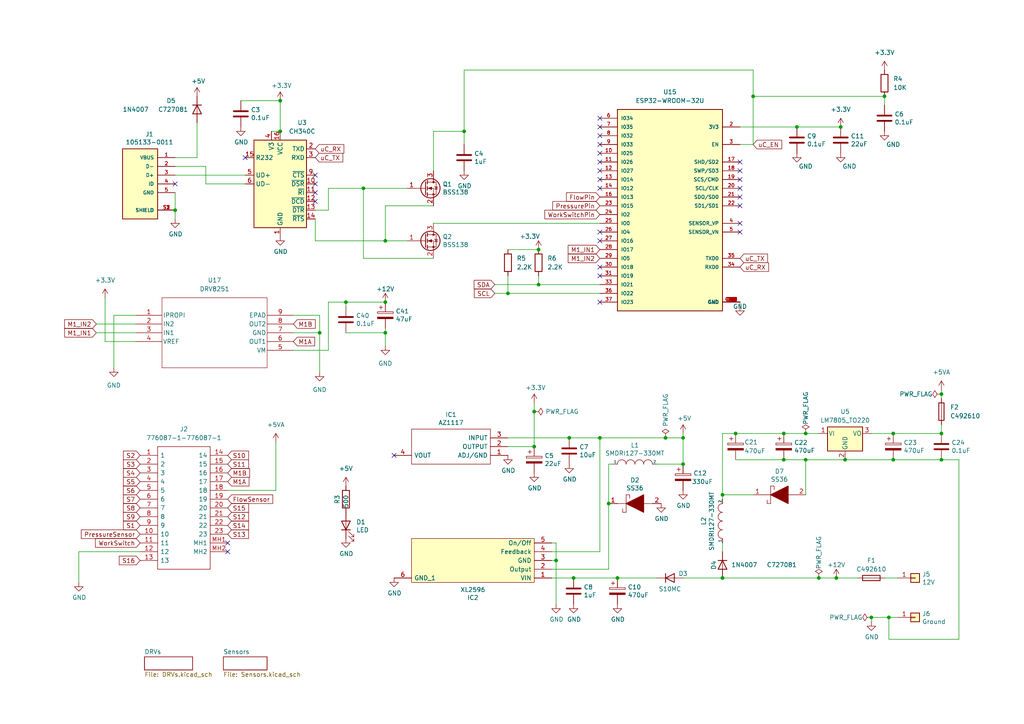
<source format=kicad_sch>
(kicad_sch (version 20231120) (generator "eeschema") (generator_version "8.0")
  (paper "A4")
  (title_block (title "RC17") (date "2024-11-05"))
  (lib_symbols
    (symbol "RC17Symbols:105133-0011" (pin_names (offset 1.016))
      (property "Reference" "J" (at -5.08 10.6934 0))
      (property "Value" "105133-0011" (at -5.1054 -12.7254 0))
      (symbol "105133-0011_0_0"
        (pin passive line (at -10.16 7.62 0) (length 5.08) (name "VBUS") (number "1"))
        (pin passive line (at -10.16 5.08 0) (length 5.08) (name "D-") (number "2"))
        (pin passive line (at -10.16 2.54 0) (length 5.08) (name "D+") (number "3"))
        (pin passive line (at -10.16 0 0) (length 5.08) (name "ID") (number "4"))
        (pin passive line (at -10.16 -2.54 0) (length 5.08) (name "GND") (number "5"))
        (pin passive line (at -10.16 -7.62 0) (length 5.08) (name "SHIELD") (number "S1"))
        (pin passive line (at -10.16 -7.62 0) (length 5.08) (name "SHIELD") (number "S2"))
        (pin passive line (at -10.16 -7.62 0) (length 5.08) (name "SHIELD") (number "S3"))
      )
    )
    (symbol "RC17Symbols:1N4007" (pin_numbers hide) (pin_names hide)
      (property "Reference" "D" (at 0 2.54 0))
      (property "Value" "1N4007" (at 0 -2.54 0))
      (symbol "1N4007_1_1"
        (pin passive line (at -3.81 0 0) (length 2.54) (name "K") (number "1"))
        (pin passive line (at 3.81 0 180) (length 2.54) (name "A") (number "2"))
      )
    )
    (symbol "RC17Symbols:776087-1-776087-1" (pin_names (offset 0.762))
      (property "Reference" "J" (at 21.59 7.62 0))
      (property "Value" "776087-1-776087-1" (at 21.59 5.08 0))
      (symbol "776087-1-776087-1_0_0"
        (pin passive line (at 0 0 0) (length 5.08) (name "1") (number "1"))
        (pin passive line (at 0 -22.86 0) (length 5.08) (name "10") (number "10"))
        (pin passive line (at 0 -25.4 0) (length 5.08) (name "11") (number "11"))
        (pin passive line (at 0 -27.94 0) (length 5.08) (name "12") (number "12"))
        (pin passive line (at 0 -30.48 0) (length 5.08) (name "13") (number "13"))
        (pin passive line (at 25.4 0 180) (length 5.08) (name "14") (number "14"))
        (pin passive line (at 25.4 -2.54 180) (length 5.08) (name "15") (number "15"))
        (pin passive line (at 25.4 -5.08 180) (length 5.08) (name "16") (number "16"))
        (pin passive line (at 25.4 -7.62 180) (length 5.08) (name "17") (number "17"))
        (pin passive line (at 25.4 -10.16 180) (length 5.08) (name "18") (number "18"))
        (pin passive line (at 25.4 -12.7 180) (length 5.08) (name "19") (number "19"))
        (pin passive line (at 0 -2.54 0) (length 5.08) (name "2") (number "2"))
        (pin passive line (at 25.4 -15.24 180) (length 5.08) (name "20") (number "20"))
        (pin passive line (at 25.4 -17.78 180) (length 5.08) (name "21") (number "21"))
        (pin passive line (at 25.4 -20.32 180) (length 5.08) (name "22") (number "22"))
        (pin passive line (at 25.4 -22.86 180) (length 5.08) (name "23") (number "23"))
        (pin passive line (at 0 -5.08 0) (length 5.08) (name "3") (number "3"))
        (pin passive line (at 0 -7.62 0) (length 5.08) (name "4") (number "4"))
        (pin passive line (at 0 -10.16 0) (length 5.08) (name "5") (number "5"))
        (pin passive line (at 0 -12.7 0) (length 5.08) (name "6") (number "6"))
        (pin passive line (at 0 -15.24 0) (length 5.08) (name "7") (number "7"))
        (pin passive line (at 0 -17.78 0) (length 5.08) (name "8") (number "8"))
        (pin passive line (at 0 -20.32 0) (length 5.08) (name "9") (number "9"))
        (pin passive line (at 25.4 -25.4 180) (length 5.08) (name "MH1") (number "MH1"))
        (pin passive line (at 25.4 -27.94 180) (length 5.08) (name "MH2") (number "MH2"))
      )
    )
    (symbol "RC17Symbols:AZ1117CH-3.3TRG1" (pin_names (offset 0.762))
      (property "Reference" "IC" (at 29.21 7.62 0))
      (property "Value" "AZ1117CH-3.3TRG1" (at 29.21 5.08 0))
      (symbol "AZ1117CH-3.3TRG1_0_0"
        (pin passive line (at 0 0 0) (length 5.08) (name "ADJ/GND") (number "1"))
        (pin passive line (at 0 -2.54 0) (length 5.08) (name "OUTPUT") (number "2"))
        (pin passive line (at 0 -5.08 0) (length 5.08) (name "INPUT") (number "3"))
        (pin passive line (at 33.02 0 180) (length 5.08) (name "VOUT") (number "4"))
      )
    )
    (symbol "RC17Symbols:BSS138" (pin_names hide)
      (property "Reference" "Q" (at 5.08 1.905 0))
      (property "Value" "BSS138" (at 5.08 0 0))
      (symbol "BSS138_1_1"
        (pin input line (at -5.08 0 0) (length 2.54) (name "G") (number "1"))
        (pin passive line (at 2.54 -5.08 90) (length 2.54) (name "S") (number "2"))
        (pin passive line (at 2.54 5.08 270) (length 2.54) (name "D") (number "3"))
      )
    )
    (symbol "RC17Symbols:C" (pin_numbers hide) (pin_names (offset 0.254))
      (property "Reference" "C" (at 0.635 2.54 0))
      (property "Value" "C" (at 0.635 -2.54 0))
      (symbol "C_1_1"
        (pin passive line (at 0 3.81 270) (length 2.794) (name "~") (number "1"))
        (pin passive line (at 0 -3.81 90) (length 2.794) (name "~") (number "2"))
      )
    )
    (symbol "RC17Symbols:CH340C"
      (property "Reference" "U" (at -5.08 13.97 0))
      (property "Value" "CH340C" (at 1.27 13.97 0))
      (symbol "CH340C_1_1"
        (pin power_in line (at 0 -15.24 90) (length 2.54) (name "GND") (number "1"))
        (pin input line (at 10.16 0 180) (length 2.54) (name "~{DSR}") (number "10"))
        (pin input line (at 10.16 -2.54 180) (length 2.54) (name "~{RI}") (number "11"))
        (pin input line (at 10.16 -5.08 180) (length 2.54) (name "~{DCD}") (number "12"))
        (pin output line (at 10.16 -7.62 180) (length 2.54) (name "~{DTR}") (number "13"))
        (pin output line (at 10.16 -10.16 180) (length 2.54) (name "~{RTS}") (number "14"))
        (pin input line (at -10.16 7.62 0) (length 2.54) (name "R232") (number "15"))
        (pin power_in line (at 0 15.24 270) (length 2.54) (name "VCC") (number "16"))
        (pin output line (at 10.16 10.16 180) (length 2.54) (name "TXD") (number "2"))
        (pin input line (at 10.16 7.62 180) (length 2.54) (name "RXD") (number "3"))
        (pin passive line (at -2.54 15.24 270) (length 2.54) (name "V3") (number "4"))
        (pin bidirectional line (at -10.16 2.54 0) (length 2.54) (name "UD+") (number "5"))
        (pin bidirectional line (at -10.16 0 0) (length 2.54) (name "UD-") (number "6"))
        (pin no_connect line (at -7.62 -7.62 0) (length 2.54) hide (name "NC") (number "7"))
        (pin no_connect line (at -7.62 -10.16 0) (length 2.54) hide (name "NC") (number "8"))
        (pin input line (at 10.16 2.54 180) (length 2.54) (name "~{CTS}") (number "9"))
      )
    )
    (symbol "RC17Symbols:C_Polarized" (pin_numbers hide) (pin_names (offset 0.254))
      (property "Reference" "C" (at 0.635 2.54 0))
      (property "Value" "C_Polarized" (at 0.635 -2.54 0))
      (symbol "C_Polarized_1_1"
        (pin passive line (at 0 3.81 270) (length 2.794) (name "~") (number "1"))
        (pin passive line (at 0 -3.81 90) (length 2.794) (name "~") (number "2"))
      )
    )
    (symbol "RC17Symbols:Conn_01x01" (pin_names (offset 1.016) hide)
      (property "Reference" "J" (at 0 2.54 0))
      (property "Value" "Conn_01x01" (at 0 -2.54 0))
      (symbol "Conn_01x01_1_1"
        (pin passive line (at -5.08 0 0) (length 3.81) (name "Pin_1") (number "1"))
      )
    )
    (symbol "RC17Symbols:D" (pin_numbers hide) (pin_names (offset 1.016) hide)
      (property "Reference" "D" (at 0 2.54 0))
      (property "Value" "D" (at 0 -2.54 0))
      (symbol "D_1_1"
        (pin passive line (at -3.81 0 0) (length 2.54) (name "K") (number "1"))
        (pin passive line (at 3.81 0 180) (length 2.54) (name "A") (number "2"))
      )
    )
    (symbol "RC17Symbols:DRV8251ADDAR" (pin_names (offset 0.254))
      (property "Reference" "U" (at 22.86 10.16 0))
      (property "Value" "DRV8251ADDAR" (at 22.86 7.62 0))
      (symbol "DRV8251ADDAR_0_1"
        (pin passive line (at 0 0 0) (length 7.62) (name "IPROPI") (number "1"))
        (pin passive line (at 0 -2.54 0) (length 7.62) (name "IN2") (number "2"))
        (pin passive line (at 0 -5.08 0) (length 7.62) (name "IN1") (number "3"))
        (pin passive line (at 0 -7.62 0) (length 7.62) (name "VREF") (number "4"))
        (pin passive line (at 45.72 -10.16 180) (length 7.62) (name "VM") (number "5"))
        (pin passive line (at 45.72 -7.62 180) (length 7.62) (name "OUT1") (number "6"))
        (pin passive line (at 45.72 -5.08 180) (length 7.62) (name "GND") (number "7"))
        (pin passive line (at 45.72 -2.54 180) (length 7.62) (name "OUT2") (number "8"))
        (pin passive line (at 45.72 0 180) (length 7.62) (name "EPAD") (number "9"))
      )
    )
    (symbol "RC17Symbols:ESP32-WROOM-32U" (pin_names (offset 1.016))
      (property "Reference" "U" (at -15.24 28.448 0))
      (property "Value" "ESP32-WROOM-32U" (at -15.265 -33.0742 0))
      (symbol "ESP32-WROOM-32U_0_0"
        (pin power_in line (at 20.32 -27.94 180) (length 5.08) (name "GND") (number "1"))
        (pin bidirectional line (at -20.32 15.24 0) (length 5.08) (name "I025") (number "10"))
        (pin bidirectional line (at -20.32 12.7 0) (length 5.08) (name "I026") (number "11"))
        (pin bidirectional line (at -20.32 10.16 0) (length 5.08) (name "IO27") (number "12"))
        (pin bidirectional line (at -20.32 7.62 0) (length 5.08) (name "IO14") (number "13"))
        (pin bidirectional line (at -20.32 5.08 0) (length 5.08) (name "IO12") (number "14"))
        (pin power_in line (at 20.32 -27.94 180) (length 5.08) (name "GND") (number "15"))
        (pin bidirectional line (at -20.32 2.54 0) (length 5.08) (name "IO13") (number "16"))
        (pin bidirectional line (at 20.32 12.7 180) (length 5.08) (name "SHD/SD2") (number "17"))
        (pin bidirectional line (at 20.32 10.16 180) (length 5.08) (name "SWP/SD3") (number "18"))
        (pin bidirectional line (at 20.32 7.62 180) (length 5.08) (name "SCS/CMD") (number "19"))
        (pin power_in line (at 20.32 22.86 180) (length 5.08) (name "3V3") (number "2"))
        (pin bidirectional line (at 20.32 5.08 180) (length 5.08) (name "SCL/CLK") (number "20"))
        (pin bidirectional line (at 20.32 2.54 180) (length 5.08) (name "SDO/SD0") (number "21"))
        (pin bidirectional line (at 20.32 0 180) (length 5.08) (name "SD1/SD1") (number "22"))
        (pin bidirectional line (at -20.32 0 0) (length 5.08) (name "IO15") (number "23"))
        (pin bidirectional line (at -20.32 -2.54 0) (length 5.08) (name "IO2") (number "24"))
        (pin bidirectional line (at -20.32 -5.08 0) (length 5.08) (name "IO0") (number "25"))
        (pin bidirectional line (at -20.32 -7.62 0) (length 5.08) (name "IO4") (number "26"))
        (pin bidirectional line (at -20.32 -10.16 0) (length 5.08) (name "IO16") (number "27"))
        (pin bidirectional line (at -20.32 -12.7 0) (length 5.08) (name "IO17") (number "28"))
        (pin bidirectional line (at -20.32 -15.24 0) (length 5.08) (name "IO5") (number "29"))
        (pin input line (at 20.32 17.78 180) (length 5.08) (name "EN") (number "3"))
        (pin bidirectional line (at -20.32 -17.78 0) (length 5.08) (name "IO18") (number "30"))
        (pin bidirectional line (at -20.32 -20.32 0) (length 5.08) (name "IO19") (number "31"))
        (pin bidirectional line (at -20.32 -22.86 0) (length 5.08) (name "IO21") (number "33"))
        (pin bidirectional line (at 20.32 -17.78 180) (length 5.08) (name "RXD0") (number "34"))
        (pin bidirectional line (at 20.32 -15.24 180) (length 5.08) (name "TXD0") (number "35"))
        (pin bidirectional line (at -20.32 -25.4 0) (length 5.08) (name "IO22") (number "36"))
        (pin bidirectional line (at -20.32 -27.94 0) (length 5.08) (name "IO23") (number "37"))
        (pin power_in line (at 20.32 -27.94 180) (length 5.08) (name "GND") (number "38"))
        (pin input line (at 20.32 -5.08 180) (length 5.08) (name "SENSOR_VP") (number "4"))
        (pin input line (at 20.32 -7.62 180) (length 5.08) (name "SENSOR_VN") (number "5"))
        (pin input line (at -20.32 25.4 0) (length 5.08) (name "I034") (number "6"))
        (pin input line (at -20.32 22.86 0) (length 5.08) (name "I035") (number "7"))
        (pin bidirectional line (at -20.32 20.32 0) (length 5.08) (name "I032") (number "8"))
        (pin bidirectional line (at -20.32 17.78 0) (length 5.08) (name "I033") (number "9"))
        (pin power_in line (at 20.32 -27.94 180) (length 5.08) (name "GND") (number "G.1"))
        (pin power_in line (at 20.32 -27.94 180) (length 5.08) (name "GND") (number "G.10"))
        (pin power_in line (at 20.32 -27.94 180) (length 5.08) (name "GND") (number "G.11"))
        (pin power_in line (at 20.32 -27.94 180) (length 5.08) (name "GND") (number "G.12"))
        (pin power_in line (at 20.32 -27.94 180) (length 5.08) (name "GND") (number "G.13"))
        (pin power_in line (at 20.32 -27.94 180) (length 5.08) (name "GND") (number "G.14"))
        (pin power_in line (at 20.32 -27.94 180) (length 5.08) (name "GND") (number "G.15"))
        (pin power_in line (at 20.32 -27.94 180) (length 5.08) (name "GND") (number "G.16"))
        (pin power_in line (at 20.32 -27.94 180) (length 5.08) (name "GND") (number "G.17"))
        (pin power_in line (at 20.32 -27.94 180) (length 5.08) (name "GND") (number "G.18"))
        (pin power_in line (at 20.32 -27.94 180) (length 5.08) (name "GND") (number "G.19"))
        (pin power_in line (at 20.32 -27.94 180) (length 5.08) (name "GND") (number "G.2"))
        (pin power_in line (at 20.32 -27.94 180) (length 5.08) (name "GND") (number "G.20"))
        (pin power_in line (at 20.32 -27.94 180) (length 5.08) (name "GND") (number "G.21"))
        (pin power_in line (at 20.32 -27.94 180) (length 5.08) (name "GND") (number "G.22"))
        (pin power_in line (at 20.32 -27.94 180) (length 5.08) (name "GND") (number "G.4"))
        (pin power_in line (at 20.32 -27.94 180) (length 5.08) (name "GND") (number "G.5"))
        (pin power_in line (at 20.32 -27.94 180) (length 5.08) (name "GND") (number "G.6"))
        (pin power_in line (at 20.32 -27.94 180) (length 5.08) (name "GND") (number "G.7"))
        (pin power_in line (at 20.32 -27.94 180) (length 5.08) (name "GND") (number "G.8"))
        (pin power_in line (at 20.32 -27.94 180) (length 5.08) (name "GND") (number "G.9"))
      )
    )
    (symbol "RC17Symbols:Fuse" (pin_numbers hide) (pin_names (offset 0))
      (property "Reference" "F" (at 2.032 0 90))
      (property "Value" "Fuse" (at -1.905 0 90))
      (symbol "Fuse_1_1"
        (pin passive line (at 0 3.81 270) (length 1.27) (name "~") (number "1"))
        (pin passive line (at 0 -3.81 90) (length 1.27) (name "~") (number "2"))
      )
    )
    (symbol "RC17Symbols:INDUCTOR" (pin_numbers hide) (pin_names (offset 0))
      (property "Reference" "L1" (at 0 5.461 0))
      (property "Value" "SMDRI127-330MT" (at 0 3.1496 0))
      (symbol "INDUCTOR_1_1"
        (pin input line (at -6.35 0 0) (length 1.27) (name "1") (number "1"))
        (pin input line (at 6.35 0 180) (length 1.27) (name "2") (number "2"))
      )
    )
    (symbol "RC17Symbols:LED" (pin_numbers hide) (pin_names (offset 1.016) hide)
      (property "Reference" "D" (at 0 2.54 0))
      (property "Value" "LED" (at 0 -2.54 0))
      (symbol "LED_1_1"
        (pin passive line (at -3.81 0 0) (length 2.54) (name "K") (number "1"))
        (pin passive line (at 3.81 0 180) (length 2.54) (name "A") (number "2"))
      )
    )
    (symbol "RC17Symbols:LM7805_TO220" (pin_names (offset 0.254))
      (property "Reference" "U" (at -3.81 3.175 0))
      (property "Value" "LM7805_TO220" (at 0 3.175 0))
      (symbol "LM7805_TO220_1_1"
        (pin power_in line (at -7.62 0 0) (length 2.54) (name "VI") (number "1"))
        (pin power_in line (at 0 -7.62 90) (length 2.54) (name "GND") (number "2"))
        (pin power_out line (at 7.62 0 180) (length 2.54) (name "VO") (number "3"))
      )
    )
    (symbol "RC17Symbols:R" (pin_numbers hide) (pin_names (offset 0))
      (property "Reference" "R" (at 2.032 0 90))
      (property "Value" "R" (at 0 0 90))
      (symbol "R_1_1"
        (pin passive line (at 0 3.81 270) (length 1.27) (name "~") (number "1"))
        (pin passive line (at 0 -3.81 90) (length 1.27) (name "~") (number "2"))
      )
    )
    (symbol "RC17Symbols:SS36" (pin_names (offset 0.762))
      (property "Reference" "D3" (at 10.16 6.7818 0))
      (property "Value" "SS36" (at 10.16 4.4704 0))
      (symbol "SS36_0_0"
        (pin passive line (at 2.54 0 0) (length 2.54) (name "~") (number "1"))
        (pin passive line (at 17.78 0 180) (length 2.54) (name "~") (number "2"))
      )
    )
    (symbol "RC17Symbols:XL2596" (pin_names (offset 0.762))
      (property "Reference" "IC3" (at 22.86 5.715 0))
      (property "Value" "XL2596" (at 22.86 3.4036 0))
      (symbol "XL2596_0_0"
        (pin input line (at 0 0 0) (length 5.08) (name "VIN") (number "1"))
        (pin output line (at 0 -2.54 0) (length 5.08) (name "Output") (number "2"))
        (pin input line (at 0 -5.08 0) (length 5.08) (name "GND") (number "3"))
        (pin input line (at 0 -7.62 0) (length 5.08) (name "Feedback") (number "4"))
        (pin passive line (at 0 -10.16 0) (length 5.08) (name "On/Off") (number "5"))
        (pin input line (at 45.72 0 180) (length 5.08) (name "GND_1") (number "6"))
      )
    )
    (symbol "power:+12V" (power) (pin_names (offset 0))
      (property "Value" "+12V" (at 0 3.556 0))
      (symbol "+12V_1_1"
        (pin power_in line (at 0 0 90) (length 0) hide (name "+12V") (number "1"))
      )
    )
    (symbol "power:+3.3V" (power) (pin_names (offset 0))
      (property "Value" "+3.3V" (at 0 3.556 0))
      (symbol "+3.3V_1_1"
        (pin power_in line (at 0 0 90) (length 0) hide (name "+3.3V") (number "1"))
      )
    )
    (symbol "power:+5V" (power) (pin_names (offset 0))
      (property "Value" "+5V" (at 0 3.556 0))
      (symbol "+5V_1_1"
        (pin power_in line (at 0 0 90) (length 0) hide (name "+5V") (number "1"))
      )
    )
    (symbol "power:+5VA" (power) (pin_names (offset 0))
      (property "Value" "+5VA" (at 0 3.556 0))
      (symbol "+5VA_1_1"
        (pin power_in line (at 0 0 90) (length 0) hide (name "+5VA") (number "1"))
      )
    )
    (symbol "power:GND" (power) (pin_names (offset 0))
      (property "Value" "GND" (at 0 -3.81 0))
      (symbol "GND_1_1"
        (pin power_in line (at 0 0 270) (length 0) hide (name "GND") (number "1"))
      )
    )
    (symbol "power:PWR_FLAG" (power) (pin_numbers hide) (pin_names (offset 0) hide)
      (property "Value" "PWR_FLAG" (at 0 3.81 0))
      (symbol "PWR_FLAG_0_0"
        (pin power_out line (at 0 0 90) (length 0) (name "pwr") (number "1"))
      )
    )
  )
  (junction (at 154.94 119.38))
  (junction (at 256.54 27.94))
  (junction (at 243.84 36.83))
  (junction (at 218.44 27.94))
  (junction (at 105.41 54.61))
  (junction (at 156.21 72.39))
  (junction (at 154.94 129.54))
  (junction (at 81.28 38.1))
  (junction (at 227.33 125.73))
  (junction (at 259.08 133.35))
  (junction (at 173.99 127))
  (junction (at 273.05 133.35))
  (junction (at 209.55 167.64))
  (junction (at 245.11 133.35))
  (junction (at 233.68 125.73))
  (junction (at 176.53 146.05))
  (junction (at 273.05 114.3))
  (junction (at 198.12 134.62))
  (junction (at 179.07 167.64))
  (junction (at 92.71 96.52))
  (junction (at 111.76 69.85))
  (junction (at 233.68 133.35))
  (junction (at 252.73 179.07))
  (junction (at 156.21 82.55))
  (junction (at 273.05 125.73))
  (junction (at 209.55 143.51))
  (junction (at 213.36 125.73))
  (junction (at 257.81 179.07))
  (junction (at 242.57 167.64))
  (junction (at 193.04 127))
  (junction (at 147.32 85.09))
  (junction (at 227.33 133.35))
  (junction (at 165.1 127))
  (junction (at 231.14 36.83))
  (junction (at 237.49 167.64))
  (junction (at 259.08 125.73))
  (junction (at 81.28 29.21))
  (junction (at 161.29 162.56))
  (junction (at 166.37 167.64))
  (junction (at 198.12 127))
  (junction (at 134.62 38.1))
  (junction (at 111.76 96.52))
  (junction (at 50.8 60.96))
  (junction (at 100.33 87.63))
  (junction (at 111.76 87.63))
  (no_connect (at 173.99 41.91))
  (no_connect (at 173.99 49.53))
  (no_connect (at 91.44 50.8))
  (no_connect (at 214.63 49.53))
  (no_connect (at 173.99 54.61))
  (no_connect (at 214.63 67.31))
  (no_connect (at 50.8 53.34))
  (no_connect (at 173.99 67.31))
  (no_connect (at 91.44 55.88))
  (no_connect (at 214.63 64.77))
  (no_connect (at 173.99 80.01))
  (no_connect (at 214.63 46.99))
  (no_connect (at 91.44 58.42))
  (no_connect (at 173.99 34.29))
  (no_connect (at 173.99 44.45))
  (no_connect (at 66.04 160.02))
  (no_connect (at 173.99 39.37))
  (no_connect (at 173.99 77.47))
  (no_connect (at 173.99 69.85))
  (no_connect (at 173.99 46.99))
  (no_connect (at 71.12 45.72))
  (no_connect (at 91.44 53.34))
  (no_connect (at 214.63 57.15))
  (no_connect (at 173.99 87.63))
  (no_connect (at 114.3 132.08))
  (no_connect (at 214.63 59.69))
  (no_connect (at 173.99 36.83))
  (no_connect (at 214.63 52.07))
  (no_connect (at 173.99 52.07))
  (no_connect (at 214.63 54.61))
  (no_connect (at 66.04 157.48))
  (wire (pts (xy 33.02 91.44) (xy 33.02 106.68)))
  (wire (pts (xy 213.36 125.73) (xy 227.33 125.73)))
  (wire (pts (xy 134.62 38.1) (xy 134.62 20.32)))
  (wire (pts (xy 156.21 80.01) (xy 156.21 82.55)))
  (wire (pts (xy 147.32 72.39) (xy 156.21 72.39)))
  (wire (pts (xy 80.01 142.24) (xy 80.01 128.27)))
  (wire (pts (xy 91.44 69.85) (xy 91.44 63.5)))
  (wire (pts (xy 125.73 74.93) (xy 105.41 74.93)))
  (wire (pts (xy 100.33 87.63) (xy 95.25 87.63)))
  (wire (pts (xy 105.41 54.61) (xy 118.11 54.61)))
  (wire (pts (xy 125.73 64.77) (xy 173.99 64.77)))
  (wire (pts (xy 154.94 119.38) (xy 154.94 129.54)))
  (wire (pts (xy 81.28 29.21) (xy 81.28 38.1)))
  (wire (pts (xy 273.05 133.35) (xy 278.13 133.35)))
  (wire (pts (xy 147.32 85.09) (xy 173.99 85.09)))
  (wire (pts (xy 273.05 114.3) (xy 273.05 115.57)))
  (wire (pts (xy 134.62 41.91) (xy 134.62 38.1)))
  (wire (pts (xy 125.73 59.69) (xy 111.76 59.69)))
  (wire (pts (xy 50.8 55.88) (xy 50.8 60.96)))
  (wire (pts (xy 111.76 69.85) (xy 91.44 69.85)))
  (wire (pts (xy 39.37 91.44) (xy 33.02 91.44)))
  (wire (pts (xy 59.69 53.34) (xy 71.12 53.34)))
  (wire (pts (xy 27.94 96.52) (xy 39.37 96.52)))
  (wire (pts (xy 111.76 87.63) (xy 100.33 87.63)))
  (wire (pts (xy 260.35 179.07) (xy 257.81 179.07)))
  (wire (pts (xy 95.25 87.63) (xy 95.25 101.6)))
  (wire (pts (xy 147.32 80.01) (xy 147.32 85.09)))
  (wire (pts (xy 176.53 165.1) (xy 176.53 146.05)))
  (wire (pts (xy 92.71 91.44) (xy 92.71 96.52)))
  (wire (pts (xy 147.32 127) (xy 165.1 127)))
  (wire (pts (xy 257.81 179.07) (xy 252.73 179.07)))
  (wire (pts (xy 160.02 162.56) (xy 161.29 162.56)))
  (wire (pts (xy 173.99 160.02) (xy 173.99 127)))
  (wire (pts (xy 143.51 85.09) (xy 147.32 85.09)))
  (wire (pts (xy 154.94 116.84) (xy 154.94 119.38)))
  (wire (pts (xy 95.25 54.61) (xy 105.41 54.61)))
  (wire (pts (xy 259.08 125.73) (xy 273.05 125.73)))
  (wire (pts (xy 209.55 125.73) (xy 213.36 125.73)))
  (wire (pts (xy 209.55 143.51) (xy 209.55 144.78)))
  (wire (pts (xy 161.29 162.56) (xy 161.29 157.48)))
  (wire (pts (xy 193.04 127) (xy 173.99 127)))
  (wire (pts (xy 176.53 146.05) (xy 176.53 134.62)))
  (wire (pts (xy 59.69 53.34) (xy 59.69 48.26)))
  (wire (pts (xy 233.68 133.35) (xy 245.11 133.35)))
  (wire (pts (xy 111.76 100.33) (xy 111.76 96.52)))
  (wire (pts (xy 91.44 60.96) (xy 95.25 60.96)))
  (wire (pts (xy 227.33 125.73) (xy 233.68 125.73)))
  (wire (pts (xy 231.14 36.83) (xy 243.84 36.83)))
  (wire (pts (xy 252.73 125.73) (xy 259.08 125.73)))
  (wire (pts (xy 66.04 142.24) (xy 80.01 142.24)))
  (wire (pts (xy 100.33 87.63) (xy 100.33 88.9)))
  (wire (pts (xy 39.37 99.06) (xy 30.48 99.06)))
  (wire (pts (xy 50.8 50.8) (xy 71.12 50.8)))
  (wire (pts (xy 105.41 54.61) (xy 105.41 74.93)))
  (wire (pts (xy 278.13 133.35) (xy 278.13 185.42)))
  (wire (pts (xy 81.28 38.1) (xy 78.74 38.1)))
  (wire (pts (xy 147.32 129.54) (xy 154.94 129.54)))
  (wire (pts (xy 95.25 60.96) (xy 95.25 54.61)))
  (wire (pts (xy 156.21 82.55) (xy 173.99 82.55)))
  (wire (pts (xy 218.44 20.32) (xy 218.44 27.94)))
  (wire (pts (xy 30.48 99.06) (xy 30.48 86.36)))
  (wire (pts (xy 111.76 59.69) (xy 111.76 69.85)))
  (wire (pts (xy 57.15 35.56) (xy 57.15 45.72)))
  (wire (pts (xy 27.94 93.98) (xy 39.37 93.98)))
  (wire (pts (xy 85.09 91.44) (xy 92.71 91.44)))
  (wire (pts (xy 233.68 125.73) (xy 237.49 125.73)))
  (wire (pts (xy 209.55 167.64) (xy 237.49 167.64)))
  (wire (pts (xy 179.07 167.64) (xy 166.37 167.64)))
  (wire (pts (xy 227.33 133.35) (xy 233.68 133.35)))
  (wire (pts (xy 237.49 167.64) (xy 242.57 167.64)))
  (wire (pts (xy 85.09 101.6) (xy 95.25 101.6)))
  (wire (pts (xy 257.81 185.42) (xy 278.13 185.42)))
  (wire (pts (xy 134.62 20.32) (xy 218.44 20.32)))
  (wire (pts (xy 190.5 134.62) (xy 198.12 134.62)))
  (wire (pts (xy 161.29 162.56) (xy 161.29 175.26)))
  (wire (pts (xy 273.05 113.03) (xy 273.05 114.3)))
  (wire (pts (xy 160.02 160.02) (xy 173.99 160.02)))
  (wire (pts (xy 176.53 134.62) (xy 177.8 134.62)))
  (wire (pts (xy 125.73 38.1) (xy 134.62 38.1)))
  (wire (pts (xy 259.08 133.35) (xy 273.05 133.35)))
  (wire (pts (xy 198.12 134.62) (xy 198.12 127)))
  (wire (pts (xy 256.54 30.48) (xy 256.54 27.94)))
  (wire (pts (xy 273.05 123.19) (xy 273.05 125.73)))
  (wire (pts (xy 100.33 96.52) (xy 111.76 96.52)))
  (wire (pts (xy 166.37 167.64) (xy 160.02 167.64)))
  (wire (pts (xy 125.73 38.1) (xy 125.73 49.53)))
  (wire (pts (xy 85.09 96.52) (xy 92.71 96.52)))
  (wire (pts (xy 257.81 179.07) (xy 257.81 185.42)))
  (wire (pts (xy 50.8 60.96) (xy 50.8 63.5)))
  (wire (pts (xy 252.73 179.07) (xy 252.73 180.34)))
  (wire (pts (xy 69.85 29.21) (xy 81.28 29.21)))
  (wire (pts (xy 179.07 167.64) (xy 190.5 167.64)))
  (wire (pts (xy 218.44 27.94) (xy 218.44 41.91)))
  (wire (pts (xy 233.68 133.35) (xy 233.68 143.51)))
  (wire (pts (xy 111.76 96.52) (xy 111.76 95.25)))
  (wire (pts (xy 242.57 167.64) (xy 248.92 167.64)))
  (wire (pts (xy 160.02 165.1) (xy 176.53 165.1)))
  (wire (pts (xy 50.8 45.72) (xy 57.15 45.72)))
  (wire (pts (xy 209.55 157.48) (xy 209.55 160.02)))
  (wire (pts (xy 59.69 48.26) (xy 50.8 48.26)))
  (wire (pts (xy 245.11 133.35) (xy 259.08 133.35)))
  (wire (pts (xy 209.55 143.51) (xy 218.44 143.51)))
  (wire (pts (xy 214.63 87.63) (xy 214.63 88.9)))
  (wire (pts (xy 209.55 167.64) (xy 198.12 167.64)))
  (wire (pts (xy 22.86 160.02) (xy 22.86 168.91)))
  (wire (pts (xy 198.12 127) (xy 193.04 127)))
  (wire (pts (xy 118.11 69.85) (xy 111.76 69.85)))
  (wire (pts (xy 92.71 96.52) (xy 92.71 107.95)))
  (wire (pts (xy 256.54 167.64) (xy 260.35 167.64)))
  (wire (pts (xy 143.51 82.55) (xy 156.21 82.55)))
  (wire (pts (xy 161.29 157.48) (xy 160.02 157.48)))
  (wire (pts (xy 218.44 27.94) (xy 256.54 27.94)))
  (wire (pts (xy 165.1 127) (xy 173.99 127)))
  (wire (pts (xy 209.55 143.51) (xy 209.55 125.73)))
  (wire (pts (xy 214.63 36.83) (xy 231.14 36.83)))
  (wire (pts (xy 198.12 127) (xy 198.12 125.73)))
  (wire (pts (xy 40.64 160.02) (xy 22.86 160.02)))
  (wire (pts (xy 214.63 41.91) (xy 218.44 41.91)))
  (wire (pts (xy 213.36 133.35) (xy 227.33 133.35)))
  (global_label "PressurePin" (shape input) (at 173.99 59.69 180) (property "Intersheetrefs" "${INTERSHEET_REFS}" (effects (hide yes))))
  (global_label "M1_IN1" (shape input) (at 173.99 72.39 180) (property "Intersheetrefs" "${INTERSHEET_REFS}" (effects (hide yes))))
  (global_label "FlowPin" (shape input) (at 173.99 57.15 180) (property "Intersheetrefs" "${INTERSHEET_REFS}" (effects (hide yes))))
  (global_label "S2" (shape input) (at 40.64 132.08 180) (property "Intersheetrefs" "${INTERSHEET_REFS}" (effects (hide yes))))
  (global_label "S15" (shape input) (at 66.04 147.32 0) (property "Intersheetrefs" "${INTERSHEET_REFS}" (effects (hide yes))))
  (global_label "uC_RX" (shape input) (at 214.63 77.47 0) (property "Intersheetrefs" "${INTERSHEET_REFS}" (effects (hide yes))))
  (global_label "S1" (shape input) (at 40.64 152.4 180) (property "Intersheetrefs" "${INTERSHEET_REFS}" (effects (hide yes))))
  (global_label "WorkSwitch" (shape input) (at 40.64 157.48 180) (property "Intersheetrefs" "${INTERSHEET_REFS}" (effects (hide yes))))
  (global_label "S11" (shape input) (at 66.04 134.62 0) (property "Intersheetrefs" "${INTERSHEET_REFS}" (effects (hide yes))))
  (global_label "SDA" (shape input) (at 143.51 82.55 180) (property "Intersheetrefs" "${INTERSHEET_REFS}" (effects (hide yes))))
  (global_label "S12" (shape input) (at 66.04 149.86 0) (property "Intersheetrefs" "${INTERSHEET_REFS}" (effects (hide yes))))
  (global_label "S13" (shape input) (at 66.04 154.94 0) (property "Intersheetrefs" "${INTERSHEET_REFS}" (effects (hide yes))))
  (global_label "M1B" (shape input) (at 85.09 93.98 0) (property "Intersheetrefs" "${INTERSHEET_REFS}" (effects (hide yes))))
  (global_label "uC_TX" (shape input) (at 91.44 45.72 0) (property "Intersheetrefs" "${INTERSHEET_REFS}" (effects (hide yes))))
  (global_label "uC_RX" (shape input) (at 91.44 43.18 0) (property "Intersheetrefs" "${INTERSHEET_REFS}" (effects (hide yes))))
  (global_label "S8" (shape input) (at 40.64 147.32 180) (property "Intersheetrefs" "${INTERSHEET_REFS}" (effects (hide yes))))
  (global_label "M1_IN1" (shape input) (at 27.94 96.52 180) (property "Intersheetrefs" "${INTERSHEET_REFS}" (effects (hide yes))))
  (global_label "S10" (shape input) (at 66.04 132.08 0) (property "Intersheetrefs" "${INTERSHEET_REFS}" (effects (hide yes))))
  (global_label "S14" (shape input) (at 66.04 152.4 0) (property "Intersheetrefs" "${INTERSHEET_REFS}" (effects (hide yes))))
  (global_label "FlowSensor" (shape input) (at 66.04 144.78 0) (property "Intersheetrefs" "${INTERSHEET_REFS}" (effects (hide yes))))
  (global_label "uC_TX" (shape input) (at 214.63 74.93 0) (property "Intersheetrefs" "${INTERSHEET_REFS}" (effects (hide yes))))
  (global_label "WorkSwitchPin" (shape input) (at 173.99 62.23 180) (property "Intersheetrefs" "${INTERSHEET_REFS}" (effects (hide yes))))
  (global_label "S16" (shape input) (at 40.64 162.56 180) (property "Intersheetrefs" "${INTERSHEET_REFS}" (effects (hide yes))))
  (global_label "M1_IN2" (shape input) (at 27.94 93.98 180) (property "Intersheetrefs" "${INTERSHEET_REFS}" (effects (hide yes))))
  (global_label "S9" (shape input) (at 40.64 149.86 180) (property "Intersheetrefs" "${INTERSHEET_REFS}" (effects (hide yes))))
  (global_label "S4" (shape input) (at 40.64 137.16 180) (property "Intersheetrefs" "${INTERSHEET_REFS}" (effects (hide yes))))
  (global_label "S6" (shape input) (at 40.64 142.24 180) (property "Intersheetrefs" "${INTERSHEET_REFS}" (effects (hide yes))))
  (global_label "SCL" (shape input) (at 143.51 85.09 180) (property "Intersheetrefs" "${INTERSHEET_REFS}" (effects (hide yes))))
  (global_label "M1_IN2" (shape input) (at 173.99 74.93 180) (property "Intersheetrefs" "${INTERSHEET_REFS}" (effects (hide yes))))
  (global_label "S3" (shape input) (at 40.64 134.62 180) (property "Intersheetrefs" "${INTERSHEET_REFS}" (effects (hide yes))))
  (global_label "PressureSensor" (shape input) (at 40.64 154.94 180) (property "Intersheetrefs" "${INTERSHEET_REFS}" (effects (hide yes))))
  (global_label "uC_EN" (shape input) (at 218.44 41.91 0) (property "Intersheetrefs" "${INTERSHEET_REFS}" (effects (hide yes))))
  (global_label "S7" (shape input) (at 40.64 144.78 180) (property "Intersheetrefs" "${INTERSHEET_REFS}" (effects (hide yes))))
  (global_label "S5" (shape input) (at 40.64 139.7 180) (property "Intersheetrefs" "${INTERSHEET_REFS}" (effects (hide yes))))
  (global_label "M1A" (shape input) (at 66.04 139.7 0) (property "Intersheetrefs" "${INTERSHEET_REFS}" (effects (hide yes))))
  (global_label "M1A" (shape input) (at 85.09 99.06 0) (property "Intersheetrefs" "${INTERSHEET_REFS}" (effects (hide yes))))
  (global_label "M1B" (shape input) (at 66.04 137.16 0) (property "Intersheetrefs" "${INTERSHEET_REFS}" (effects (hide yes))))
  (symbol (lib_id "power:GND") (at 161.29 175.26 0) (unit 1)
    (property "Reference" "#PWR027" (effects (hide yes)))
    (property "Value" "GND" (at 161.417 179.6542 0))
  )
  (symbol (lib_id "power:+3.3V") (at 81.28 29.21 0) (unit 1)
    (property "Reference" "#PWR010" (effects (hide yes)))
    (property "Value" "+3.3V" (at 81.661 24.8158 0))
  )
  (symbol (lib_id "power:GND") (at 256.54 38.1 0) (unit 1)
    (property "Reference" "#PWR028" (effects (hide yes)))
    (property "Value" "GND" (at 259.08 41.91 0))
  )
  (symbol (lib_id "power:PWR_FLAG") (at 233.68 125.73 0) (unit 1)
    (property "Reference" "#FLG02" (effects (hide yes)))
    (property "Value" "PWR_FLAG" (at 233.68 123.19 90) (effects (justify left)))
  )
  (symbol (lib_id "power:PWR_FLAG") (at 237.49 167.64 0) (unit 1)
    (property "Reference" "#FLG05" (effects (hide yes)))
    (property "Value" "PWR_FLAG" (at 237.49 165.1 90) (effects (justify left)))
  )
  (symbol (lib_id "power:GND") (at 191.77 146.05 0) (unit 1)
    (property "Reference" "#PWR038" (effects (hide yes)))
    (property "Value" "GND" (at 191.897 150.4442 0))
  )
  (symbol (lib_id "power:+3.3V") (at 256.54 20.32 0) (unit 1)
    (property "Reference" "#PWR0106" (effects (hide yes)))
    (property "Value" "+3.3V" (at 256.54 15.24 0))
  )
  (symbol (lib_id "power:GND") (at 81.28 68.58 0) (unit 1)
    (property "Reference" "#PWR011" (effects (hide yes)))
    (property "Value" "GND" (at 81.407 72.9742 0))
  )
  (symbol (lib_id "power:+3.3V") (at 156.21 72.39 0) (unit 1)
    (property "Reference" "#PWR034" (effects (hide yes)))
    (property "Value" "+3.3V" (at 153.67 68.58 0))
  )
  (symbol (lib_id "power:GND") (at 147.32 132.08 0) (unit 1)
    (property "Reference" "#PWR023" (effects (hide yes)))
    (property "Value" "GND" (at 147.447 136.4742 0))
  )
  (symbol (lib_id "power:GND") (at 92.71 107.95 0) (unit 1)
    (property "Reference" "#PWR094" (effects (hide yes)))
    (property "Value" "GND" (at 92.71 113.03 0))
  )
  (symbol (lib_id "RC17Symbols:XL2596") (at 160.02 167.64 180) (unit 1)
    (property "Reference" "IC2" (at 137.16 173.355 0))
    (property "Value" "XL2596" (at 137.16 171.0436 0))
    (property "Footprint" "MyFootprints:TO263-5L" (effects (hide yes)))
  )
  (symbol (lib_id "RC17Symbols:Fuse") (at 273.05 119.38 0) (unit 1)
    (property "Reference" "F2" (at 275.59 118.11 0) (effects (justify left)))
    (property "Value" "C492610" (at 275.59 120.65 0) (effects (justify left)))
    (property "Footprint" "MyFootprints:Fuse_Holder_C492610" (effects (hide yes)))
    (property "Datasheet" "https://www.lcsc.com/product-detail/Fuse-Holders_XFCN-XF-506P_C492610.html" (effects (hide yes)))
  )
  (symbol (lib_id "RC17Symbols:R") (at 156.21 76.2 0) (unit 1)
    (property "Reference" "R6" (at 158.75 74.9299 0) (effects (justify left)))
    (property "Value" "2.2K" (at 158.75 77.4699 0) (effects (justify left)))
    (property "Footprint" "Resistor_SMD:R_0603_1608Metric" (effects (hide yes)))
  )
  (symbol (lib_id "RC17Symbols:AZ1117CH-3.3TRG1") (at 147.32 132.08 180) (unit 1)
    (property "Reference" "IC1" (at 130.81 120.269 0))
    (property "Value" "AZ1117" (at 130.81 122.5804 0))
    (property "Footprint" "Package_TO_SOT_SMD:SOT-223" (effects (hide yes)))
    (property "Datasheet" "https://datasheet.datasheetarchive.com/originals/distributors/Datasheets-DGA25/1776204.pdf" (effects (hide yes)))
    (property "Description" "1.35A 3.3V LDO Reg. Current Limit SOT223 DiodesZetex AZ1117CH-3.3TRG1, LDO Voltage Regulator, 0.8A, 3.3 V +/-1%, maximum of 15 Vin, 3-Pin SOT-223" (effects (hide yes)))
    (property "Height" "1.8" (effects (hide yes)))
    (property "Mouser Part Number" "621-AZ1117CH-3.3TRG1" (effects (hide yes)))
    (property "Mouser Price/Stock" "https://www.mouser.co.uk/ProductDetail/Diodes-Incorporated/AZ1117CH-33TRG1?qs=FKu9oBikfSm7ntaG6olPSQ%3D%3D" (effects (hide yes)))
    (property "Manufacturer_Name" "Diodes Inc." (effects (hide yes)))
    (property "Manufacturer_Part_Number" "AZ1117CH-3.3TRG1" (effects (hide yes)))
  )
  (symbol (lib_id "RC17Symbols:C") (at 69.85 33.02 0) (unit 1)
    (property "Reference" "C3" (at 72.771 31.8516 0) (effects (justify left)))
    (property "Value" "0.1uF" (at 72.771 34.163 0) (effects (justify left)))
    (property "Footprint" "Capacitor_SMD:C_0603_1608Metric" (effects (hide yes)))
  )
  (symbol (lib_id "RC17Symbols:C") (at 165.1 130.81 0) (unit 1)
    (property "Reference" "C7" (at 168.021 129.6416 0) (effects (justify left)))
    (property "Value" "10uF" (at 168.021 131.953 0) (effects (justify left)))
    (property "Footprint" "Capacitor_SMD:C_0805_2012Metric" (effects (hide yes)))
  )
  (symbol (lib_id "power:GND") (at 166.37 175.26 0) (unit 1)
    (property "Reference" "#PWR032" (effects (hide yes)))
    (property "Value" "GND" (at 166.497 179.6542 0))
  )
  (symbol (lib_id "RC17Symbols:R") (at 147.32 76.2 0) (unit 1)
    (property "Reference" "R5" (at 149.86 74.9299 0) (effects (justify left)))
    (property "Value" "2.2K" (at 149.86 77.4699 0) (effects (justify left)))
    (property "Footprint" "Resistor_SMD:R_0603_1608Metric" (effects (hide yes)))
  )
  (symbol (lib_id "RC17Symbols:C_Polarized") (at 179.07 171.45 0) (unit 1)
    (property "Reference" "C10" (at 182.0672 170.2816 0) (effects (justify left)))
    (property "Value" "470uF" (at 182.0672 172.593 0) (effects (justify left)))
    (property "Footprint" "Capacitor_SMD:CP_Elec_10x10.5" (effects (hide yes)))
  )
  (symbol (lib_id "power:+12V") (at 111.76 87.63 0) (unit 1)
    (property "Reference" "#PWR095" (effects (hide yes)))
    (property "Value" "+12V" (at 111.76 83.82 0))
  )
  (symbol (lib_id "RC17Symbols:C_Polarized") (at 154.94 133.35 0) (unit 1)
    (property "Reference" "C5" (at 157.9372 132.1816 0) (effects (justify left)))
    (property "Value" "22uF" (at 157.9372 134.493 0) (effects (justify left)))
    (property "Footprint" "Capacitor_SMD:C_0603_1608Metric" (effects (hide yes)))
  )
  (symbol (lib_id "power:GND") (at 252.73 180.34 0) (unit 1)
    (property "Reference" "#PWR022" (effects (hide yes)))
    (property "Value" "GND" (at 252.857 184.7342 0))
  )
  (symbol (lib_id "RC17Symbols:C") (at 100.33 92.71 0) (unit 1)
    (property "Reference" "C40" (at 103.251 91.5416 0) (effects (justify left)))
    (property "Value" "0.1uF" (at 103.251 93.853 0) (effects (justify left)))
    (property "Footprint" "Capacitor_SMD:C_0603_1608Metric" (effects (hide yes)))
  )
  (symbol (lib_id "RC17Symbols:1N4007") (at 209.55 163.83 270) (unit 1)
    (property "Reference" "D4" (at 207.01 162.56 0) (effects (justify left)))
    (property "Value" "1N4007   C727081" (at 212.09 163.83 90) (effects (justify left)))
    (property "Footprint" "MyFootprints:SMA(DO-214AC)" (effects (hide yes)))
    (property "Datasheet" "http://www.vishay.com/docs/88503/1n4001.pdf" (effects (hide yes)))
    (property "Sim.Device" "D" (effects (hide yes)))
    (property "Sim.Pins" "1=K 2=A" (effects (hide yes)))
  )
  (symbol (lib_id "RC17Symbols:Fuse") (at 252.73 167.64 90) (unit 1)
    (property "Reference" "F1" (at 252.73 162.56 90))
    (property "Value" "C492610" (at 252.73 165.1 90))
    (property "Footprint" "MyFootprints:Fuse_Holder_C492610" (effects (hide yes)))
    (property "Datasheet" "https://www.lcsc.com/product-detail/Fuse-Holders_XFCN-XF-506P_C492610.html" (effects (hide yes)))
  )
  (symbol (lib_id "RC17Symbols:C") (at 166.37 171.45 0) (unit 1)
    (property "Reference" "C8" (at 169.291 170.2816 0) (effects (justify left)))
    (property "Value" "1uF" (at 169.291 172.593 0) (effects (justify left)))
    (property "Footprint" "Capacitor_SMD:C_0805_2012Metric" (effects (hide yes)))
  )
  (symbol (lib_id "RC17Symbols:DRV8251ADDAR") (at 39.37 91.44 0) (unit 1)
    (property "Reference" "U17" (at 62.23 81.28 0))
    (property "Value" "DRV8251" (at 62.23 83.82 0))
    (property "Footprint" "MyFootprints:DRV8251ADDR" (effects (hide yes)))
    (property "Datasheet" "DRV8251ADDAR" (effects (hide yes)))
  )
  (symbol (lib_id "power:+5V") (at 57.15 27.94 0) (unit 1)
    (property "Reference" "#PWR04" (effects (hide yes)))
    (property "Value" "+5V" (at 57.531 23.5458 0))
  )
  (symbol (lib_id "power:GND") (at 179.07 175.26 0) (unit 1)
    (property "Reference" "#PWR033" (effects (hide yes)))
    (property "Value" "GND" (at 179.197 179.6542 0))
  )
  (symbol (lib_id "RC17Symbols:D") (at 194.31 167.64 0) (unit 1)
    (property "Reference" "D3" (at 198.12 166.37 0))
    (property "Value" "S10MC" (at 194.31 170.8404 0))
    (property "Footprint" "MyFootprints:D_SMC_larger_pads" (effects (hide yes)))
    (property "Sim.Device" "D" (effects (hide yes)))
    (property "Sim.Pins" "1=K 2=A" (effects (hide yes)))
  )
  (symbol (lib_id "power:+5VA") (at 80.01 128.27 0) (unit 1)
    (property "Reference" "#PWR012" (effects (hide yes)))
    (property "Value" "+5VA" (at 80.01 123.19 0))
  )
  (symbol (lib_id "power:+3.3V") (at 30.48 86.36 0) (unit 1)
    (property "Reference" "#PWR092" (effects (hide yes)))
    (property "Value" "+3.3V" (at 30.48 81.28 0))
  )
  (symbol (lib_id "power:PWR_FLAG") (at 193.04 127 0) (unit 1)
    (property "Reference" "#FLG04" (effects (hide yes)))
    (property "Value" "PWR_FLAG" (at 193.04 123.7488 90) (effects (justify left)))
  )
  (symbol (lib_id "RC17Symbols:BSS138") (at 123.19 69.85 0) (unit 1)
    (property "Reference" "Q2" (at 128.3716 68.6816 0) (effects (justify left)))
    (property "Value" "BSS138" (at 128.3716 70.993 0) (effects (justify left)))
    (property "Footprint" "Package_TO_SOT_SMD:SOT-23" (effects (hide yes)))
    (property "Datasheet" "https://www.onsemi.com/pub/Collateral/BSS138-D.PDF" (effects (hide yes)))
  )
  (symbol (lib_id "power:GND") (at 50.8 63.5 0) (unit 1)
    (property "Reference" "#PWR03" (effects (hide yes)))
    (property "Value" "GND" (at 50.927 67.8942 0))
  )
  (symbol (lib_id "RC17Symbols:C") (at 256.54 34.29 0) (unit 1)
    (property "Reference" "C6" (at 259.461 33.1216 0) (effects (justify left)))
    (property "Value" "0.1uF" (at 259.461 35.433 0) (effects (justify left)))
    (property "Footprint" "Capacitor_SMD:C_0603_1608Metric" (effects (hide yes)))
  )
  (symbol (lib_id "RC17Symbols:LED") (at 100.33 152.4 90) (unit 1)
    (property "Reference" "D1" (at 103.3272 151.4094 90) (effects (justify right)))
    (property "Value" "LED" (at 103.3272 153.7208 90) (effects (justify right)))
    (property "Footprint" "LED_SMD:LED_0603_1608Metric" (effects (hide yes)))
  )
  (symbol (lib_id "RC17Symbols:C_Polarized") (at 227.33 129.54 0) (unit 1)
    (property "Reference" "C22" (at 230.3272 128.3716 0) (effects (justify left)))
    (property "Value" "470uF" (at 230.3272 130.683 0) (effects (justify left)))
    (property "Footprint" "Capacitor_SMD:CP_Elec_10x10.5" (effects (hide yes)))
  )
  (symbol (lib_id "RC17Symbols:C") (at 134.62 45.72 0) (unit 1)
    (property "Reference" "C4" (at 137.541 44.5516 0) (effects (justify left)))
    (property "Value" "1uF" (at 137.541 46.863 0) (effects (justify left)))
    (property "Footprint" "Capacitor_SMD:C_0805_2012Metric" (effects (hide yes)))
  )
  (symbol (lib_id "power:GND") (at 22.86 168.91 0) (unit 1)
    (property "Reference" "#PWR015" (effects (hide yes)))
    (property "Value" "GND" (at 22.987 173.3042 0))
  )
  (symbol (lib_id "RC17Symbols:SS36") (at 215.9 143.51 0) (unit 1)
    (property "Reference" "D7" (at 226.06 136.7282 0))
    (property "Value" "SS36" (at 226.06 139.0396 0))
    (property "Footprint" "MyFootprints:SMA(DO-214AC)" (effects (hide yes)))
    (property "Description" "SS36 - DIODE, SCHOTTKY, 3A, 60V, DO-214AB(SMC), LCSC# C330394" (effects (hide yes)))
  )
  (symbol (lib_id "power:+5V") (at 100.33 140.97 0) (unit 1)
    (property "Reference" "#PWR018" (effects (hide yes)))
    (property "Value" "+5V" (at 100.33 135.89 0))
  )
  (symbol (lib_id "power:GND") (at 69.85 36.83 0) (unit 1)
    (property "Reference" "#PWR09" (effects (hide yes)))
    (property "Value" "GND" (at 69.977 41.2242 0))
  )
  (symbol (lib_id "power:GND") (at 231.14 44.45 0) (unit 1)
    (property "Reference" "#PWR0105" (effects (hide yes)))
    (property "Value" "GND" (at 233.68 48.26 0))
  )
  (symbol (lib_id "power:PWR_FLAG") (at 273.05 114.3 90) (unit 1)
    (property "Reference" "#FLG06" (effects (hide yes)))
    (property "Value" "PWR_FLAG" (at 270.51 114.3 90) (effects (justify left)))
  )
  (symbol (lib_id "RC17Symbols:CH340C") (at 81.28 53.34 0) (unit 1)
    (property "Reference" "U3" (at 87.63 35.56 0))
    (property "Value" "CH340C" (at 87.63 38.1 0))
    (property "Footprint" "Package_SO:SOIC-16_3.9x9.9mm_P1.27mm" (effects (hide yes)))
    (property "Datasheet" "https://datasheet.lcsc.com/szlcsc/Jiangsu-Qin-Heng-CH340C_C84681.pdf" (effects (hide yes)))
  )
  (symbol (lib_id "power:+5VA") (at 273.05 113.03 0) (unit 1)
    (property "Reference" "#PWR045" (effects (hide yes)))
    (property "Value" "+5VA" (at 273.05 107.95 0))
  )
  (symbol (lib_id "RC17Symbols:C") (at 243.84 40.64 0) (unit 1)
    (property "Reference" "C11" (at 246.761 39.4716 0) (effects (justify left)))
    (property "Value" "22uF" (at 246.761 41.783 0) (effects (justify left)))
    (property "Footprint" "Capacitor_SMD:C_0603_1608Metric" (effects (hide yes)))
  )
  (symbol (lib_id "RC17Symbols:C_Polarized") (at 259.08 129.54 0) (unit 1)
    (property "Reference" "C23" (at 262.0772 128.3716 0) (effects (justify left)))
    (property "Value" "470uF" (at 262.0772 130.683 0) (effects (justify left)))
    (property "Footprint" "Capacitor_SMD:CP_Elec_10x10.5" (effects (hide yes)))
  )
  (symbol (lib_id "power:GND") (at 243.84 44.45 0) (unit 1)
    (property "Reference" "#PWR036" (effects (hide yes)))
    (property "Value" "GND" (at 246.38 48.26 0))
  )
  (symbol (lib_id "RC17Symbols:R") (at 256.54 24.13 0) (unit 1)
    (property "Reference" "R4" (at 259.08 22.8599 0) (effects (justify left)))
    (property "Value" "10K" (at 259.08 25.3999 0) (effects (justify left)))
    (property "Footprint" "Resistor_SMD:R_0603_1608Metric" (effects (hide yes)))
  )
  (symbol (lib_id "power:GND") (at 165.1 134.62 0) (unit 1)
    (property "Reference" "#PWR029" (effects (hide yes)))
    (property "Value" "GND" (at 165.227 139.0142 0))
  )
  (symbol (lib_id "RC17Symbols:LM7805_TO220") (at 245.11 125.73 0) (unit 1)
    (property "Reference" "U5" (at 245.11 119.38 0))
    (property "Value" "LM7805_TO220" (at 245.11 121.92 0))
    (property "Footprint" "Package_TO_SOT_THT:TO-220-3_Vertical" (effects (hide yes)))
    (property "Datasheet" "https://www.onsemi.cn/PowerSolutions/document/MC7800-D.PDF" (effects (hide yes)))
  )
  (symbol (lib_id "RC17Symbols:SS36") (at 173.99 146.05 0) (unit 1)
    (property "Reference" "D2" (at 184.15 139.2682 0))
    (property "Value" "SS36" (at 184.15 141.5796 0))
    (property "Footprint" "MyFootprints:SMA(DO-214AC)" (effects (hide yes)))
    (property "Description" "SS36 - DIODE, SCHOTTKY, 3A, 60V, DO-214AB(SMC), LCSC# C330394" (effects (hide yes)))
  )
  (symbol (lib_id "power:GND") (at 198.12 142.24 0) (unit 1)
    (property "Reference" "#PWR043" (effects (hide yes)))
    (property "Value" "GND" (at 198.247 146.6342 0))
  )
  (symbol (lib_id "power:+3.3V") (at 243.84 36.83 0) (unit 1)
    (property "Reference" "#PWR035" (effects (hide yes)))
    (property "Value" "+3.3V" (at 243.84 31.75 0))
  )
  (symbol (lib_id "power:PWR_FLAG") (at 252.73 179.07 90) (unit 1)
    (property "Reference" "#FLG01" (effects (hide yes)))
    (property "Value" "PWR_FLAG" (at 250.19 179.07 90) (effects (justify left)))
  )
  (symbol (lib_id "power:GND") (at 111.76 100.33 0) (unit 1)
    (property "Reference" "#PWR096" (effects (hide yes)))
    (property "Value" "GND" (at 111.76 105.41 0))
  )
  (symbol (lib_id "RC17Symbols:C_Polarized") (at 111.76 91.44 0) (unit 1)
    (property "Reference" "C41" (at 114.7572 90.2716 0) (effects (justify left)))
    (property "Value" "47uF" (at 114.7572 92.583 0) (effects (justify left)))
    (property "Footprint" "Capacitor_SMD:CP_Elec_6.3x5.4" (effects (hide yes)))
  )
  (symbol (lib_id "power:+5V") (at 198.12 125.73 0) (unit 1)
    (property "Reference" "#PWR042" (effects (hide yes)))
    (property "Value" "+5V" (at 198.501 121.3358 0))
  )
  (symbol (lib_id "power:+12V") (at 242.57 167.64 0) (unit 1)
    (property "Reference" "#PWR02" (effects (hide yes)))
    (property "Value" "+12V" (at 242.57 163.83 0))
  )
  (symbol (lib_id "RC17Symbols:C_Polarized") (at 198.12 138.43 0) (unit 1)
    (property "Reference" "C12" (at 201.1172 137.2616 0) (effects (justify left)))
    (property "Value" "330uF" (at 200.66 139.7 0) (effects (justify left)))
    (property "Footprint" "Capacitor_SMD:CP_Elec_10x10.5" (effects (hide yes)))
  )
  (symbol (lib_id "power:GND") (at 154.94 137.16 0) (unit 1)
    (property "Reference" "#PWR026" (effects (hide yes)))
    (property "Value" "GND" (at 155.067 141.5542 0))
  )
  (symbol (lib_id "RC17Symbols:C_Polarized") (at 213.36 129.54 0) (unit 1)
    (property "Reference" "C21" (at 215.9 128.27 0) (effects (justify left)))
    (property "Value" "470uF" (at 215.9 130.81 0) (effects (justify left)))
    (property "Footprint" "Capacitor_SMD:CP_Elec_10x10.5" (effects (hide yes)))
  )
  (symbol (lib_id "power:GND") (at 100.33 156.21 0) (unit 1)
    (property "Reference" "#PWR019" (effects (hide yes)))
    (property "Value" "GND" (at 100.457 160.6042 0))
  )
  (symbol (lib_id "RC17Symbols:105133-0011") (at 40.64 53.34 0) (mirror y) (unit 1)
    (property "Reference" "J1" (at 43.3578 38.9382 0))
    (property "Value" "105133-0011" (at 43.3578 41.2496 0))
    (property "Footprint" "MyFootprints:MOLEX_105133-0011" (effects (hide yes)))
    (property "MANUFACTURER" "Molex" (effects (hide yes)))
    (property "STANDARD" "Manufacturer Recommendations" (effects (hide yes)))
    (property "PARTREV" "C" (effects (hide yes)))
  )
  (symbol (lib_id "RC17Symbols:R") (at 100.33 144.78 180) (unit 1)
    (property "Reference" "R3" (at 97.79 143.51 90) (effects (justify left)))
    (property "Value" "500" (at 100.33 143.51 90) (effects (justify left)))
    (property "Footprint" "Resistor_SMD:R_0603_1608Metric" (effects (hide yes)))
  )
  (symbol (lib_id "power:GND") (at 214.63 88.9 0) (unit 1)
    (property "Reference" "#PWR024" (effects (hide yes)))
    (property "Value" "GND" (at 214.63 88.9 0))
  )
  (symbol (lib_id "RC17Symbols:C") (at 231.14 40.64 0) (unit 1)
    (property "Reference" "C9" (at 234.061 39.4716 0) (effects (justify left)))
    (property "Value" "0.1uF" (at 234.061 41.783 0) (effects (justify left)))
    (property "Footprint" "Capacitor_SMD:C_0603_1608Metric" (effects (hide yes)))
  )
  (symbol (lib_id "RC17Symbols:C") (at 273.05 129.54 0) (unit 1)
    (property "Reference" "C24" (at 275.971 128.3716 0) (effects (justify left)))
    (property "Value" "0.1uF" (at 275.971 130.683 0) (effects (justify left)))
    (property "Footprint" "Capacitor_SMD:C_0603_1608Metric" (effects (hide yes)))
  )
  (symbol (lib_id "power:GND") (at 33.02 106.68 0) (unit 1)
    (property "Reference" "#PWR093" (effects (hide yes)))
    (property "Value" "GND" (at 33.02 111.76 0))
  )
  (symbol (lib_id "RC17Symbols:INDUCTOR") (at 184.15 134.62 0) (unit 1)
    (property "Reference" "L1" (at 184.15 129.159 0))
    (property "Value" "SMDRI127-330MT" (at 184.15 131.4704 0))
    (property "Footprint" "MyFootprints:TMPA1265SP-101MN-D" (effects (hide yes)))
  )
  (symbol (lib_id "RC17Symbols:1N4007") (at 57.15 31.75 270) (unit 1)
    (property "Reference" "D5" (at 48.26 29.21 90) (effects (justify left)))
    (property "Value" "1N4007   C727081" (at 35.56 31.75 90) (effects (justify left)))
    (property "Footprint" "MyFootprints:SMA(DO-214AC)" (effects (hide yes)))
    (property "Datasheet" "http://www.vishay.com/docs/88503/1n4001.pdf" (effects (hide yes)))
    (property "Sim.Device" "D" (effects (hide yes)))
    (property "Sim.Pins" "1=K 2=A" (effects (hide yes)))
  )
  (symbol (lib_id "RC17Symbols:ESP32-WROOM-32U") (at 194.31 59.69 0) (unit 1)
    (property "Reference" "U15" (at 194.31 26.67 0))
    (property "Value" "ESP32-WROOM-32U" (at 194.31 29.21 0))
    (property "Footprint" "ESP32-WROOM-32U:XCVR_ESP32-WROOM-32U" (effects (hide yes)))
    (property "Description" "\nBluetooth, WiFi 802.11b/g/n, Bluetooth v4.2 +EDR, Class 1, 2 and 3 Transceiver Module 2.4GHz ~ 2.5GHz Antenna Not Included, U.FL Surface Mount\n" (effects (hide yes)))
    (property "MF" "Espressif Systems" (effects (hide yes)))
    (property "DESCRIPTION" "Bluetooth, WiFi 802.11b/g/n, Bluetooth v4.2 +EDR, Class 1, 2 and 3 Transceiver Module 2.4GHz ~ 2.5GHz Antenna Not Included, U.FL Surface Mount" (effects (hide yes)))
    (property "PACKAGE" "Module Espressif Systems" (effects (hide yes)))
    (property "PRICE" "None" (effects (hide yes)))
    (property "Package" "NON STANDARD-39 Espressif" (effects (hide yes)))
    (property "Check_prices" "https://www.snapeda.com/parts/ESP32-WROOM-32U/Espressif+Systems/view-part/?ref=eda" (effects (hide yes)))
    (property "STANDARD" "Manufacturer Recommendations" (effects (hide yes)))
    (property "PARTREV" "V1.9" (effects (hide yes)))
    (property "SnapEDA_Link" "https://www.snapeda.com/parts/ESP32-WROOM-32U/Espressif+Systems/view-part/?ref=snap" (effects (hide yes)))
    (property "MP" "ESP32-WROOM-32U" (effects (hide yes)))
    (property "DIGIKEY-PURCHASE-URL" "https://snapeda.com/shop?store=DigiKey&id=2472476" (effects (hide yes)))
    (property "Price" "None" (effects (hide yes)))
    (property "Availability" "Not in stock" (effects (hide yes)))
    (property "AVAILABILITY" "Unavailable" (effects (hide yes)))
    (property "MAXIMUM_PACKAGE_HEIGHT" "3.3mm" (effects (hide yes)))
  )
  (symbol (lib_id "RC17Symbols:INDUCTOR") (at 209.55 151.13 90) (unit 1)
    (property "Reference" "L2" (at 204.089 151.13 0))
    (property "Value" "SMDRI127-330MT" (at 206.4004 151.13 0))
    (property "Footprint" "MyFootprints:TMPA1265SP-101MN-D" (effects (hide yes)))
  )
  (symbol (lib_id "RC17Symbols:Conn_01x01") (at 265.43 179.07 0) (unit 1)
    (property "Reference" "J6" (at 267.462 178.0032 0) (effects (justify left)))
    (property "Value" "Ground" (at 267.462 180.3146 0) (effects (justify left)))
    (property "Footprint" "MyFootprints:PowerPin" (effects (hide yes)))
  )
  (symbol (lib_id "power:+3.3V") (at 154.94 116.84 0) (unit 1)
    (property "Reference" "#PWR025" (effects (hide yes)))
    (property "Value" "+3.3V" (at 155.321 112.4458 0))
  )
  (symbol (lib_id "power:PWR_FLAG") (at 154.94 119.38 270) (unit 1)
    (property "Reference" "#FLG03" (effects (hide yes)))
    (property "Value" "PWR_FLAG" (at 158.1912 119.38 90) (effects (justify left)))
  )
  (symbol (lib_id "RC17Symbols:BSS138") (at 123.19 54.61 0) (unit 1)
    (property "Reference" "Q1" (at 128.3716 53.4416 0) (effects (justify left)))
    (property "Value" "BSS138" (at 128.3716 55.753 0) (effects (justify left)))
    (property "Footprint" "Package_TO_SOT_SMD:SOT-23" (effects (hide yes)))
    (property "Datasheet" "https://www.onsemi.com/pub/Collateral/BSS138-D.PDF" (effects (hide yes)))
  )
  (symbol (lib_id "power:GND") (at 134.62 49.53 0) (unit 1)
    (property "Reference" "#PWR013" (effects (hide yes)))
    (property "Value" "GND" (at 134.747 53.9242 0))
  )
  (symbol (lib_id "power:GND") (at 114.3 167.64 0) (unit 1)
    (property "Reference" "#PWR020" (effects (hide yes)))
    (property "Value" "GND" (at 114.427 172.0342 0))
  )
  (symbol (lib_id "RC17Symbols:776087-1-776087-1") (at 40.64 132.08 0) (unit 1)
    (property "Reference" "J2" (at 53.34 124.46 0))
    (property "Value" "776087-1-776087-1" (at 53.34 127 0))
    (property "Footprint" "MyFootprints:7760871" (effects (hide yes)))
    (property "Datasheet" "https://componentsearchengine.com/Datasheets/1/776087-1.pdf" (effects (hide yes)))
    (property "Description" "TE Connectivity AMPSEAL, 4mm Pitch, 23 Way, 3 Row, Right Angle PCB Header, Through Hole" (effects (hide yes)))
    (property "Height" "32.1" (effects (hide yes)))
    (property "Mouser Part Number" "571-776087-1" (effects (hide yes)))
    (property "Mouser Price/Stock" "https://www.mouser.co.uk/ProductDetail/TE-Connectivity/776087-1?qs=qXO2HHLAcoIjggUTPuCD9w%3D%3D" (effects (hide yes)))
    (property "Manufacturer_Name" "TE Connectivity" (effects (hide yes)))
    (property "Manufacturer_Part_Number" "776087-1" (effects (hide yes)))
  )
  (symbol (lib_id "RC17Symbols:Conn_01x01") (at 265.43 167.64 0) (unit 1)
    (property "Reference" "J5" (at 267.462 166.5732 0) (effects (justify left)))
    (property "Value" "12V" (at 267.462 168.8846 0) (effects (justify left)))
    (property "Footprint" "MyFootprints:PowerPin" (effects (hide yes)))
  )
  (sheet (at 41.91 190.5) (size 13.97 3.81) (stroke (width 0.1524))
    (property "Sheetname" "DRVs" (at 41.91 189.7884 0) (effects (justify left bottom)))
    (property "Sheetfile" "DRVs.kicad_sch" (at 41.91 194.8946 0) (effects (justify left top)))
  )
  (sheet (at 64.77 190.5) (size 12.7 3.81) (stroke (width 0.1524))
    (property "Sheetname" "Sensors" (at 64.77 189.7884 0) (effects (justify left bottom)))
    (property "Sheetfile" "Sensors.kicad_sch" (at 64.77 194.8946 0) (effects (justify left top)))
  )
)
</source>
